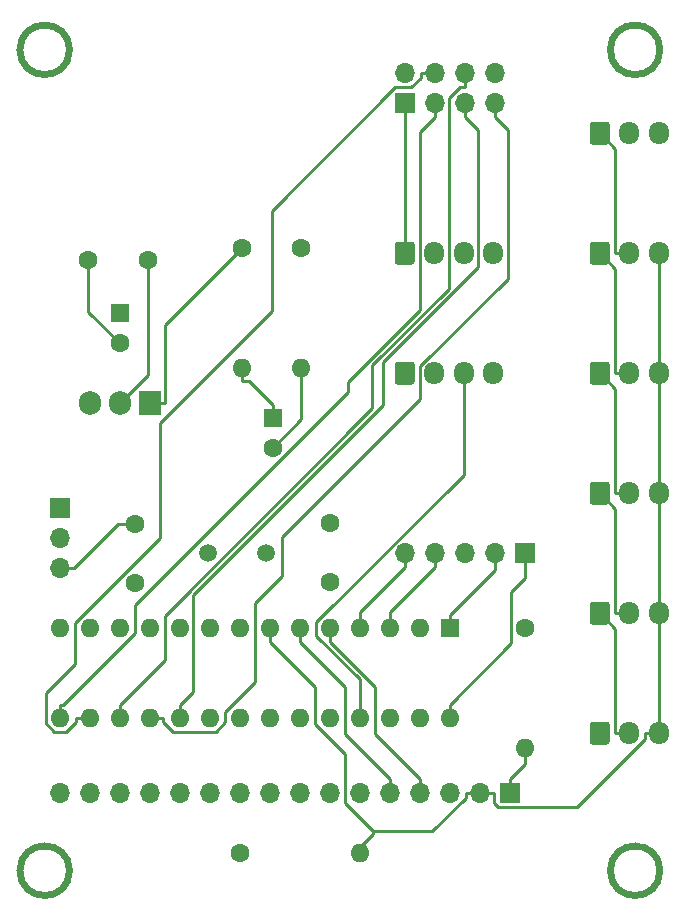
<source format=gbr>
%TF.GenerationSoftware,KiCad,Pcbnew,(5.1.6)-1*%
%TF.CreationDate,2020-12-18T18:22:10+01:00*%
%TF.ProjectId,rc-emitter_tft,72632d65-6d69-4747-9465-725f7466742e,rev?*%
%TF.SameCoordinates,Original*%
%TF.FileFunction,Copper,L1,Top*%
%TF.FilePolarity,Positive*%
%FSLAX46Y46*%
G04 Gerber Fmt 4.6, Leading zero omitted, Abs format (unit mm)*
G04 Created by KiCad (PCBNEW (5.1.6)-1) date 2020-12-18 18:22:10*
%MOMM*%
%LPD*%
G01*
G04 APERTURE LIST*
%TA.AperFunction,NonConductor*%
%ADD10C,0.600000*%
%TD*%
%TA.AperFunction,ComponentPad*%
%ADD11O,1.700000X1.700000*%
%TD*%
%TA.AperFunction,ComponentPad*%
%ADD12R,1.700000X1.700000*%
%TD*%
%TA.AperFunction,ComponentPad*%
%ADD13O,1.600000X1.600000*%
%TD*%
%TA.AperFunction,ComponentPad*%
%ADD14C,1.600000*%
%TD*%
%TA.AperFunction,ComponentPad*%
%ADD15O,1.700000X1.950000*%
%TD*%
%TA.AperFunction,ComponentPad*%
%ADD16C,1.500000*%
%TD*%
%TA.AperFunction,ComponentPad*%
%ADD17O,1.905000X2.000000*%
%TD*%
%TA.AperFunction,ComponentPad*%
%ADD18R,1.905000X2.000000*%
%TD*%
%TA.AperFunction,ComponentPad*%
%ADD19R,1.600000X1.600000*%
%TD*%
%TA.AperFunction,Conductor*%
%ADD20C,0.250000*%
%TD*%
G04 APERTURE END LIST*
D10*
X132100000Y-98000000D02*
G75*
G03*
X132100000Y-98000000I-2100000J0D01*
G01*
X82110000Y-98000000D02*
G75*
G03*
X82110000Y-98000000I-2100000J0D01*
G01*
X82110000Y-28500000D02*
G75*
G03*
X82110000Y-28500000I-2100000J0D01*
G01*
X132100000Y-28500000D02*
G75*
G03*
X132100000Y-28500000I-2100000J0D01*
G01*
D11*
%TO.P,RV1,3*%
%TO.N,GND*%
X81280000Y-72390000D03*
%TO.P,RV1,2*%
%TO.N,Net-(LCD1-Pad3)*%
X81280000Y-69850000D03*
D12*
%TO.P,RV1,1*%
%TO.N,+5V*%
X81280000Y-67310000D03*
%TD*%
D11*
%TO.P,J10,5*%
%TO.N,Net-(J10-Pad5)*%
X110490000Y-71120000D03*
%TO.P,J10,4*%
%TO.N,Net-(J10-Pad4)*%
X113030000Y-71120000D03*
%TO.P,J10,3*%
%TO.N,Net-(J10-Pad3)*%
X115570000Y-71120000D03*
%TO.P,J10,2*%
%TO.N,Net-(J10-Pad2)*%
X118110000Y-71120000D03*
D12*
%TO.P,J10,1*%
%TO.N,Net-(J10-Pad1)*%
X120650000Y-71120000D03*
%TD*%
D13*
%TO.P,R3,2*%
%TO.N,+5V*%
X106680000Y-96520000D03*
D14*
%TO.P,R3,1*%
%TO.N,Net-(LCD1-Pad15)*%
X96520000Y-96520000D03*
%TD*%
D15*
%TO.P,J9,4*%
%TO.N,Net-(J9-Pad4)*%
X117990000Y-45720000D03*
%TO.P,J9,3*%
%TO.N,Net-(J9-Pad3)*%
X115490000Y-45720000D03*
%TO.P,J9,2*%
%TO.N,+5V*%
X112990000Y-45720000D03*
%TO.P,J9,1*%
%TO.N,GND*%
%TA.AperFunction,ComponentPad*%
G36*
G01*
X109640000Y-46445000D02*
X109640000Y-44995000D01*
G75*
G02*
X109890000Y-44745000I250000J0D01*
G01*
X111090000Y-44745000D01*
G75*
G02*
X111340000Y-44995000I0J-250000D01*
G01*
X111340000Y-46445000D01*
G75*
G02*
X111090000Y-46695000I-250000J0D01*
G01*
X109890000Y-46695000D01*
G75*
G02*
X109640000Y-46445000I0J250000D01*
G01*
G37*
%TD.AperFunction*%
%TD*%
%TO.P,J8,4*%
%TO.N,Net-(J8-Pad4)*%
X117990000Y-55880000D03*
%TO.P,J8,3*%
%TO.N,Net-(J8-Pad3)*%
X115490000Y-55880000D03*
%TO.P,J8,2*%
%TO.N,+5V*%
X112990000Y-55880000D03*
%TO.P,J8,1*%
%TO.N,GND*%
%TA.AperFunction,ComponentPad*%
G36*
G01*
X109640000Y-56605000D02*
X109640000Y-55155000D01*
G75*
G02*
X109890000Y-54905000I250000J0D01*
G01*
X111090000Y-54905000D01*
G75*
G02*
X111340000Y-55155000I0J-250000D01*
G01*
X111340000Y-56605000D01*
G75*
G02*
X111090000Y-56855000I-250000J0D01*
G01*
X109890000Y-56855000D01*
G75*
G02*
X109640000Y-56605000I0J250000D01*
G01*
G37*
%TD.AperFunction*%
%TD*%
%TO.P,J7,3*%
%TO.N,+5V*%
X132000000Y-86360000D03*
%TO.P,J7,2*%
%TO.N,Net-(J6-Pad1)*%
X129500000Y-86360000D03*
%TO.P,J7,1*%
%TO.N,Net-(J7-Pad1)*%
%TA.AperFunction,ComponentPad*%
G36*
G01*
X126150000Y-87085000D02*
X126150000Y-85635000D01*
G75*
G02*
X126400000Y-85385000I250000J0D01*
G01*
X127600000Y-85385000D01*
G75*
G02*
X127850000Y-85635000I0J-250000D01*
G01*
X127850000Y-87085000D01*
G75*
G02*
X127600000Y-87335000I-250000J0D01*
G01*
X126400000Y-87335000D01*
G75*
G02*
X126150000Y-87085000I0J250000D01*
G01*
G37*
%TD.AperFunction*%
%TD*%
%TO.P,J6,3*%
%TO.N,+5V*%
X132000000Y-76200000D03*
%TO.P,J6,2*%
%TO.N,Net-(J5-Pad1)*%
X129500000Y-76200000D03*
%TO.P,J6,1*%
%TO.N,Net-(J6-Pad1)*%
%TA.AperFunction,ComponentPad*%
G36*
G01*
X126150000Y-76925000D02*
X126150000Y-75475000D01*
G75*
G02*
X126400000Y-75225000I250000J0D01*
G01*
X127600000Y-75225000D01*
G75*
G02*
X127850000Y-75475000I0J-250000D01*
G01*
X127850000Y-76925000D01*
G75*
G02*
X127600000Y-77175000I-250000J0D01*
G01*
X126400000Y-77175000D01*
G75*
G02*
X126150000Y-76925000I0J250000D01*
G01*
G37*
%TD.AperFunction*%
%TD*%
D11*
%TO.P,LCD1,16*%
%TO.N,GND*%
X81280000Y-91440000D03*
%TO.P,LCD1,15*%
%TO.N,Net-(LCD1-Pad15)*%
X83820000Y-91440000D03*
%TO.P,LCD1,14*%
%TO.N,Net-(LCD1-Pad14)*%
X86360000Y-91440000D03*
%TO.P,LCD1,13*%
%TO.N,Net-(LCD1-Pad13)*%
X88900000Y-91440000D03*
%TO.P,LCD1,12*%
%TO.N,Net-(LCD1-Pad12)*%
X91440000Y-91440000D03*
%TO.P,LCD1,11*%
%TO.N,Net-(LCD1-Pad11)*%
X93980000Y-91440000D03*
%TO.P,LCD1,10*%
%TO.N,Net-(LCD1-Pad10)*%
X96520000Y-91440000D03*
%TO.P,LCD1,9*%
%TO.N,Net-(LCD1-Pad9)*%
X99060000Y-91440000D03*
%TO.P,LCD1,8*%
%TO.N,Net-(LCD1-Pad8)*%
X101600000Y-91440000D03*
%TO.P,LCD1,7*%
%TO.N,Net-(LCD1-Pad7)*%
X104140000Y-91440000D03*
%TO.P,LCD1,6*%
%TO.N,GND*%
X106680000Y-91440000D03*
%TO.P,LCD1,5*%
%TO.N,Net-(LCD1-Pad5)*%
X109220000Y-91440000D03*
%TO.P,LCD1,4*%
%TO.N,Net-(LCD1-Pad4)*%
X111760000Y-91440000D03*
%TO.P,LCD1,3*%
%TO.N,Net-(LCD1-Pad3)*%
X114300000Y-91440000D03*
%TO.P,LCD1,2*%
%TO.N,+5V*%
X116840000Y-91440000D03*
D12*
%TO.P,LCD1,1*%
%TO.N,GND*%
X119380000Y-91440000D03*
%TD*%
D16*
%TO.P,Y1,2*%
%TO.N,Net-(C1-Pad1)*%
X93880000Y-71120000D03*
%TO.P,Y1,1*%
%TO.N,Net-(C0-Pad2)*%
X98760000Y-71120000D03*
%TD*%
D17*
%TO.P,U1,3*%
%TO.N,+5V*%
X83820000Y-58420000D03*
%TO.P,U1,2*%
%TO.N,3.2V*%
X86360000Y-58420000D03*
D18*
%TO.P,U1,1*%
%TO.N,Net-(R1-Pad1)*%
X88900000Y-58420000D03*
%TD*%
D13*
%TO.P,U0,28*%
%TO.N,Net-(J10-Pad1)*%
X114300000Y-85090000D03*
%TO.P,U0,14*%
%TO.N,Net-(LCD1-Pad14)*%
X81280000Y-77470000D03*
%TO.P,U0,27*%
%TO.N,Net-(J7-Pad1)*%
X111760000Y-85090000D03*
%TO.P,U0,13*%
%TO.N,Net-(LCD1-Pad13)*%
X83820000Y-77470000D03*
%TO.P,U0,26*%
%TO.N,Net-(J8-Pad4)*%
X109220000Y-85090000D03*
%TO.P,U0,12*%
%TO.N,Net-(LCD1-Pad12)*%
X86360000Y-77470000D03*
%TO.P,U0,25*%
%TO.N,Net-(J8-Pad3)*%
X106680000Y-85090000D03*
%TO.P,U0,11*%
%TO.N,Net-(LCD1-Pad11)*%
X88900000Y-77470000D03*
%TO.P,U0,24*%
%TO.N,Net-(J9-Pad4)*%
X104140000Y-85090000D03*
%TO.P,U0,10*%
%TO.N,Net-(C1-Pad1)*%
X91440000Y-77470000D03*
%TO.P,U0,23*%
%TO.N,Net-(J9-Pad3)*%
X101600000Y-85090000D03*
%TO.P,U0,9*%
%TO.N,Net-(C0-Pad2)*%
X93980000Y-77470000D03*
%TO.P,U0,22*%
%TO.N,GND*%
X99060000Y-85090000D03*
%TO.P,U0,8*%
X96520000Y-77470000D03*
%TO.P,U0,21*%
%TO.N,Net-(U0-Pad21)*%
X96520000Y-85090000D03*
%TO.P,U0,7*%
%TO.N,+5V*%
X99060000Y-77470000D03*
%TO.P,U0,20*%
%TO.N,Net-(U0-Pad20)*%
X93980000Y-85090000D03*
%TO.P,U0,6*%
%TO.N,Net-(LCD1-Pad5)*%
X101600000Y-77470000D03*
%TO.P,U0,19*%
%TO.N,Net-(J1-Pad5)*%
X91440000Y-85090000D03*
%TO.P,U0,5*%
%TO.N,Net-(LCD1-Pad4)*%
X104140000Y-77470000D03*
%TO.P,U0,18*%
%TO.N,Net-(J1-Pad7)*%
X88900000Y-85090000D03*
%TO.P,U0,4*%
%TO.N,Net-(J10-Pad5)*%
X106680000Y-77470000D03*
%TO.P,U0,17*%
%TO.N,Net-(J1-Pad6)*%
X86360000Y-85090000D03*
%TO.P,U0,3*%
%TO.N,Net-(J10-Pad4)*%
X109220000Y-77470000D03*
%TO.P,U0,16*%
%TO.N,Net-(J1-Pad4)*%
X83820000Y-85090000D03*
%TO.P,U0,2*%
%TO.N,Net-(J10-Pad3)*%
X111760000Y-77470000D03*
%TO.P,U0,15*%
%TO.N,Net-(J1-Pad3)*%
X81280000Y-85090000D03*
D19*
%TO.P,U0,1*%
%TO.N,Net-(J10-Pad2)*%
X114300000Y-77470000D03*
%TD*%
D13*
%TO.P,R14,2*%
%TO.N,GND*%
X120650000Y-87630000D03*
D14*
%TO.P,R14,1*%
%TO.N,Net-(J7-Pad1)*%
X120650000Y-77470000D03*
%TD*%
D13*
%TO.P,R2,2*%
%TO.N,3.2V*%
X96720000Y-55440000D03*
D14*
%TO.P,R2,1*%
%TO.N,Net-(R1-Pad1)*%
X96720000Y-45280000D03*
%TD*%
D13*
%TO.P,R1,2*%
%TO.N,GND*%
X101720000Y-55440000D03*
D14*
%TO.P,R1,1*%
%TO.N,Net-(R1-Pad1)*%
X101720000Y-45280000D03*
%TD*%
D15*
%TO.P,J5,3*%
%TO.N,+5V*%
X132000000Y-66040000D03*
%TO.P,J5,2*%
%TO.N,Net-(J4-Pad1)*%
X129500000Y-66040000D03*
%TO.P,J5,1*%
%TO.N,Net-(J5-Pad1)*%
%TA.AperFunction,ComponentPad*%
G36*
G01*
X126150000Y-66765000D02*
X126150000Y-65315000D01*
G75*
G02*
X126400000Y-65065000I250000J0D01*
G01*
X127600000Y-65065000D01*
G75*
G02*
X127850000Y-65315000I0J-250000D01*
G01*
X127850000Y-66765000D01*
G75*
G02*
X127600000Y-67015000I-250000J0D01*
G01*
X126400000Y-67015000D01*
G75*
G02*
X126150000Y-66765000I0J250000D01*
G01*
G37*
%TD.AperFunction*%
%TD*%
%TO.P,J4,3*%
%TO.N,+5V*%
X132000000Y-55880000D03*
%TO.P,J4,2*%
%TO.N,Net-(J3-Pad1)*%
X129500000Y-55880000D03*
%TO.P,J4,1*%
%TO.N,Net-(J4-Pad1)*%
%TA.AperFunction,ComponentPad*%
G36*
G01*
X126150000Y-56605000D02*
X126150000Y-55155000D01*
G75*
G02*
X126400000Y-54905000I250000J0D01*
G01*
X127600000Y-54905000D01*
G75*
G02*
X127850000Y-55155000I0J-250000D01*
G01*
X127850000Y-56605000D01*
G75*
G02*
X127600000Y-56855000I-250000J0D01*
G01*
X126400000Y-56855000D01*
G75*
G02*
X126150000Y-56605000I0J250000D01*
G01*
G37*
%TD.AperFunction*%
%TD*%
%TO.P,J3,3*%
%TO.N,+5V*%
X132000000Y-45720000D03*
%TO.P,J3,2*%
%TO.N,Net-(J2-Pad1)*%
X129500000Y-45720000D03*
%TO.P,J3,1*%
%TO.N,Net-(J3-Pad1)*%
%TA.AperFunction,ComponentPad*%
G36*
G01*
X126150000Y-46445000D02*
X126150000Y-44995000D01*
G75*
G02*
X126400000Y-44745000I250000J0D01*
G01*
X127600000Y-44745000D01*
G75*
G02*
X127850000Y-44995000I0J-250000D01*
G01*
X127850000Y-46445000D01*
G75*
G02*
X127600000Y-46695000I-250000J0D01*
G01*
X126400000Y-46695000D01*
G75*
G02*
X126150000Y-46445000I0J250000D01*
G01*
G37*
%TD.AperFunction*%
%TD*%
%TO.P,J2,3*%
%TO.N,+5V*%
X132000000Y-35560000D03*
%TO.P,J2,2*%
%TO.N,Net-(J2-Pad2)*%
X129500000Y-35560000D03*
%TO.P,J2,1*%
%TO.N,Net-(J2-Pad1)*%
%TA.AperFunction,ComponentPad*%
G36*
G01*
X126150000Y-36285000D02*
X126150000Y-34835000D01*
G75*
G02*
X126400000Y-34585000I250000J0D01*
G01*
X127600000Y-34585000D01*
G75*
G02*
X127850000Y-34835000I0J-250000D01*
G01*
X127850000Y-36285000D01*
G75*
G02*
X127600000Y-36535000I-250000J0D01*
G01*
X126400000Y-36535000D01*
G75*
G02*
X126150000Y-36285000I0J250000D01*
G01*
G37*
%TD.AperFunction*%
%TD*%
D11*
%TO.P,J1,8*%
%TO.N,Net-(J1-Pad8)*%
X118110000Y-30480000D03*
%TO.P,J1,7*%
%TO.N,Net-(J1-Pad7)*%
X118110000Y-33020000D03*
%TO.P,J1,6*%
%TO.N,Net-(J1-Pad6)*%
X115570000Y-30480000D03*
%TO.P,J1,5*%
%TO.N,Net-(J1-Pad5)*%
X115570000Y-33020000D03*
%TO.P,J1,4*%
%TO.N,Net-(J1-Pad4)*%
X113030000Y-30480000D03*
%TO.P,J1,3*%
%TO.N,Net-(J1-Pad3)*%
X113030000Y-33020000D03*
%TO.P,J1,2*%
%TO.N,3.2V*%
X110490000Y-30480000D03*
D12*
%TO.P,J1,1*%
%TO.N,GND*%
X110490000Y-33020000D03*
%TD*%
D14*
%TO.P,C4,2*%
%TO.N,GND*%
X86360000Y-53300000D03*
D19*
%TO.P,C4,1*%
%TO.N,+5V*%
X86360000Y-50800000D03*
%TD*%
D14*
%TO.P,C2,2*%
%TO.N,GND*%
X99314000Y-62190000D03*
D19*
%TO.P,C2,1*%
%TO.N,3.2V*%
X99314000Y-59690000D03*
%TD*%
D14*
%TO.P,C1,2*%
%TO.N,GND*%
X87630000Y-68660000D03*
%TO.P,C1,1*%
%TO.N,Net-(C1-Pad1)*%
X87630000Y-73660000D03*
%TD*%
%TO.P,C0,2*%
%TO.N,Net-(C0-Pad2)*%
X104140000Y-73580000D03*
%TO.P,C0,1*%
%TO.N,GND*%
X104140000Y-68580000D03*
%TD*%
%TO.P,100nF1,2*%
%TO.N,GND*%
X83720000Y-46280000D03*
%TO.P,100nF1,1*%
%TO.N,3.2V*%
X88720000Y-46280000D03*
%TD*%
D20*
%TO.N,GND*%
X83720000Y-46280000D02*
X83720000Y-50660000D01*
X83720000Y-50660000D02*
X86360000Y-53300000D01*
X81280000Y-72390000D02*
X82455300Y-72390000D01*
X87630000Y-68660000D02*
X86185300Y-68660000D01*
X86185300Y-68660000D02*
X82455300Y-72390000D01*
X119380000Y-91440000D02*
X119380000Y-90264700D01*
X119380000Y-90264700D02*
X120650000Y-88994700D01*
X120650000Y-88994700D02*
X120650000Y-87630000D01*
X110490000Y-33020000D02*
X110490000Y-45720000D01*
X99314000Y-62190000D02*
X101720000Y-59784000D01*
X101720000Y-59784000D02*
X101720000Y-55440000D01*
%TO.N,3.2V*%
X96720000Y-55440000D02*
X96720000Y-56565300D01*
X99314000Y-59690000D02*
X99314000Y-58564700D01*
X99314000Y-58564700D02*
X97314600Y-56565300D01*
X97314600Y-56565300D02*
X96720000Y-56565300D01*
X88720000Y-46280000D02*
X88720000Y-56060000D01*
X88720000Y-56060000D02*
X86360000Y-58420000D01*
%TO.N,+5V*%
X107776900Y-94662400D02*
X105410000Y-92295500D01*
X105410000Y-92295500D02*
X105410000Y-88160200D01*
X105410000Y-88160200D02*
X102870000Y-85620200D01*
X102870000Y-85620200D02*
X102870000Y-82405300D01*
X102870000Y-82405300D02*
X99060000Y-78595300D01*
X106680000Y-95957300D02*
X107776900Y-94860400D01*
X107776900Y-94860400D02*
X107776900Y-94662400D01*
X115664700Y-91440000D02*
X115664700Y-91807300D01*
X115664700Y-91807300D02*
X112809600Y-94662400D01*
X112809600Y-94662400D02*
X107776900Y-94662400D01*
X99060000Y-77470000D02*
X99060000Y-78595300D01*
X116840000Y-91440000D02*
X115664700Y-91440000D01*
X106680000Y-96520000D02*
X106680000Y-95957300D01*
X132000000Y-86360000D02*
X130824700Y-86360000D01*
X130824700Y-86360000D02*
X130824700Y-86874200D01*
X130824700Y-86874200D02*
X125083600Y-92615300D01*
X125083600Y-92615300D02*
X118382500Y-92615300D01*
X118382500Y-92615300D02*
X118015300Y-92248100D01*
X118015300Y-92248100D02*
X118015300Y-91440000D01*
X132000000Y-76200000D02*
X132000000Y-86360000D01*
X116840000Y-91440000D02*
X118015300Y-91440000D01*
X132000000Y-66040000D02*
X132000000Y-76200000D01*
X132000000Y-55880000D02*
X132000000Y-66040000D01*
X132000000Y-45720000D02*
X132000000Y-55880000D01*
%TO.N,Net-(J1-Pad7)*%
X88900000Y-85090000D02*
X90025300Y-85090000D01*
X118110000Y-33020000D02*
X118110000Y-34195300D01*
X118110000Y-34195300D02*
X119203500Y-35288800D01*
X119203500Y-35288800D02*
X119203500Y-47870900D01*
X119203500Y-47870900D02*
X111796900Y-55277500D01*
X111796900Y-55277500D02*
X111796900Y-58063100D01*
X111796900Y-58063100D02*
X100114500Y-69745500D01*
X100114500Y-69745500D02*
X100114500Y-73050400D01*
X100114500Y-73050400D02*
X97790000Y-75374900D01*
X97790000Y-75374900D02*
X97790000Y-82019800D01*
X97790000Y-82019800D02*
X95250000Y-84559800D01*
X95250000Y-84559800D02*
X95250000Y-85439700D01*
X95250000Y-85439700D02*
X94474400Y-86215300D01*
X94474400Y-86215300D02*
X90869200Y-86215300D01*
X90869200Y-86215300D02*
X90025300Y-85371400D01*
X90025300Y-85371400D02*
X90025300Y-85090000D01*
%TO.N,Net-(J1-Pad6)*%
X115570000Y-31655300D02*
X115202700Y-31655300D01*
X115202700Y-31655300D02*
X114240000Y-32618000D01*
X114240000Y-32618000D02*
X114240000Y-48715100D01*
X114240000Y-48715100D02*
X107752900Y-55202200D01*
X107752900Y-55202200D02*
X107752900Y-58819200D01*
X107752900Y-58819200D02*
X90170000Y-76402100D01*
X90170000Y-76402100D02*
X90170000Y-80154700D01*
X90170000Y-80154700D02*
X86360000Y-83964700D01*
X86360000Y-85090000D02*
X86360000Y-83964700D01*
X115570000Y-30480000D02*
X115570000Y-31655300D01*
%TO.N,Net-(J1-Pad4)*%
X83820000Y-85090000D02*
X82694700Y-85090000D01*
X113030000Y-30480000D02*
X111854700Y-30480000D01*
X111854700Y-30480000D02*
X111854700Y-30847400D01*
X111854700Y-30847400D02*
X111046800Y-31655300D01*
X111046800Y-31655300D02*
X109677600Y-31655300D01*
X109677600Y-31655300D02*
X99220100Y-42112800D01*
X99220100Y-42112800D02*
X99220100Y-50647900D01*
X99220100Y-50647900D02*
X89744700Y-60123300D01*
X89744700Y-60123300D02*
X89744700Y-69837000D01*
X89744700Y-69837000D02*
X82564600Y-77017100D01*
X82564600Y-77017100D02*
X82564600Y-80475900D01*
X82564600Y-80475900D02*
X80108200Y-82932300D01*
X80108200Y-82932300D02*
X80108200Y-85518400D01*
X80108200Y-85518400D02*
X80805100Y-86215300D01*
X80805100Y-86215300D02*
X81850800Y-86215300D01*
X81850800Y-86215300D02*
X82694700Y-85371400D01*
X82694700Y-85371400D02*
X82694700Y-85090000D01*
%TO.N,Net-(J1-Pad3)*%
X113030000Y-34195300D02*
X111796900Y-35428400D01*
X111796900Y-35428400D02*
X111796900Y-50521300D01*
X111796900Y-50521300D02*
X105660500Y-56657700D01*
X105660500Y-56657700D02*
X105660500Y-57437200D01*
X105660500Y-57437200D02*
X87630000Y-75467700D01*
X87630000Y-75467700D02*
X87630000Y-77896000D01*
X87630000Y-77896000D02*
X81561300Y-83964700D01*
X81561300Y-83964700D02*
X81280000Y-83964700D01*
X81280000Y-85090000D02*
X81280000Y-83964700D01*
X113030000Y-33020000D02*
X113030000Y-34195300D01*
%TO.N,Net-(J2-Pad1)*%
X129500000Y-45720000D02*
X128324700Y-45720000D01*
X127000000Y-35560000D02*
X128324700Y-36884700D01*
X128324700Y-36884700D02*
X128324700Y-45720000D01*
%TO.N,Net-(J3-Pad1)*%
X129500000Y-55880000D02*
X128324700Y-55880000D01*
X127000000Y-45720000D02*
X128324700Y-47044700D01*
X128324700Y-47044700D02*
X128324700Y-55880000D01*
%TO.N,Net-(J4-Pad1)*%
X129500000Y-66040000D02*
X128324700Y-66040000D01*
X127000000Y-55880000D02*
X128324700Y-57204700D01*
X128324700Y-57204700D02*
X128324700Y-66040000D01*
%TO.N,Net-(J5-Pad1)*%
X129500000Y-76200000D02*
X128324700Y-76200000D01*
X127000000Y-66040000D02*
X128324700Y-67364700D01*
X128324700Y-67364700D02*
X128324700Y-76200000D01*
%TO.N,Net-(R1-Pad1)*%
X88900000Y-58420000D02*
X90177800Y-58420000D01*
X90177800Y-58420000D02*
X90177800Y-51822200D01*
X90177800Y-51822200D02*
X96720000Y-45280000D01*
%TO.N,Net-(J1-Pad5)*%
X115570000Y-34195300D02*
X116666900Y-35292200D01*
X116666900Y-35292200D02*
X116666900Y-46925100D01*
X116666900Y-46925100D02*
X108653500Y-54938500D01*
X108653500Y-54938500D02*
X108653500Y-58555500D01*
X108653500Y-58555500D02*
X92565300Y-74643700D01*
X92565300Y-74643700D02*
X92565300Y-82839400D01*
X92565300Y-82839400D02*
X91440000Y-83964700D01*
X91440000Y-85090000D02*
X91440000Y-83964700D01*
X115570000Y-33020000D02*
X115570000Y-34195300D01*
%TO.N,Net-(J6-Pad1)*%
X129500000Y-86360000D02*
X128324700Y-86360000D01*
X127000000Y-76200000D02*
X128324700Y-77524700D01*
X128324700Y-77524700D02*
X128324700Y-86360000D01*
%TO.N,Net-(J8-Pad3)*%
X106680000Y-85090000D02*
X106680000Y-81810200D01*
X106680000Y-81810200D02*
X102994800Y-78125000D01*
X102994800Y-78125000D02*
X102994800Y-76953000D01*
X102994800Y-76953000D02*
X115490000Y-64457800D01*
X115490000Y-64457800D02*
X115490000Y-55880000D01*
%TO.N,Net-(J10-Pad5)*%
X110490000Y-71120000D02*
X110490000Y-72295300D01*
X106680000Y-77470000D02*
X106680000Y-76105300D01*
X106680000Y-76105300D02*
X110490000Y-72295300D01*
%TO.N,Net-(J10-Pad4)*%
X113030000Y-71120000D02*
X113030000Y-72295300D01*
X109220000Y-77470000D02*
X109220000Y-76105300D01*
X109220000Y-76105300D02*
X113030000Y-72295300D01*
%TO.N,Net-(J10-Pad2)*%
X114300000Y-77470000D02*
X114300000Y-76344700D01*
X114300000Y-76344700D02*
X118110000Y-72534700D01*
X118110000Y-72534700D02*
X118110000Y-71120000D01*
%TO.N,Net-(J10-Pad1)*%
X114300000Y-85090000D02*
X114300000Y-83964700D01*
X114300000Y-83964700D02*
X119514100Y-78750600D01*
X119514100Y-78750600D02*
X119514100Y-74373900D01*
X119514100Y-74373900D02*
X120650000Y-73238000D01*
X120650000Y-73238000D02*
X120650000Y-71120000D01*
%TO.N,Net-(LCD1-Pad5)*%
X109220000Y-91440000D02*
X109220000Y-90264700D01*
X101600000Y-77470000D02*
X101600000Y-78595300D01*
X101600000Y-78595300D02*
X105410000Y-82405300D01*
X105410000Y-82405300D02*
X105410000Y-86454700D01*
X105410000Y-86454700D02*
X109220000Y-90264700D01*
%TO.N,Net-(LCD1-Pad4)*%
X111760000Y-91440000D02*
X111760000Y-90264700D01*
X104140000Y-77470000D02*
X104140000Y-78595300D01*
X104140000Y-78595300D02*
X107950000Y-82405300D01*
X107950000Y-82405300D02*
X107950000Y-86454700D01*
X107950000Y-86454700D02*
X111760000Y-90264700D01*
%TD*%
M02*

</source>
